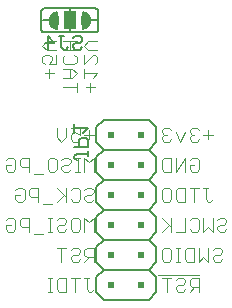
<source format=gbr>
G04 EAGLE Gerber RS-274X export*
G75*
%MOMM*%
%FSLAX34Y34*%
%LPD*%
%INSilkscreen Bottom*%
%IPPOS*%
%AMOC8*
5,1,8,0,0,1.08239X$1,22.5*%
G01*
%ADD10C,0.101600*%
%ADD11C,0.152400*%
%ADD12C,0.127000*%
%ADD13R,1.016000X1.524000*%
%ADD14R,0.508000X0.508000*%


D10*
X390017Y523880D02*
X382221Y523880D01*
X386119Y527778D02*
X386119Y519982D01*
X378323Y529727D02*
X370527Y529727D01*
X378323Y529727D02*
X378323Y523880D01*
X374425Y525829D01*
X372476Y525829D01*
X370527Y523880D01*
X370527Y519982D01*
X372476Y518033D01*
X376374Y518033D01*
X378323Y519982D01*
X366629Y521931D02*
X366629Y529727D01*
X366629Y521931D02*
X362731Y518033D01*
X358833Y521931D01*
X358833Y529727D01*
X390017Y504327D02*
X390017Y492633D01*
X386119Y500429D02*
X390017Y504327D01*
X386119Y500429D02*
X382221Y504327D01*
X382221Y492633D01*
X378323Y492633D02*
X374425Y492633D01*
X376374Y492633D02*
X376374Y504327D01*
X378323Y504327D02*
X374425Y504327D01*
X364680Y504327D02*
X362731Y502378D01*
X364680Y504327D02*
X368578Y504327D01*
X370527Y502378D01*
X370527Y500429D01*
X368578Y498480D01*
X364680Y498480D01*
X362731Y496531D01*
X362731Y494582D01*
X364680Y492633D01*
X368578Y492633D01*
X370527Y494582D01*
X356884Y504327D02*
X352986Y504327D01*
X356884Y504327D02*
X358833Y502378D01*
X358833Y494582D01*
X356884Y492633D01*
X352986Y492633D01*
X351037Y494582D01*
X351037Y502378D01*
X352986Y504327D01*
X347139Y490684D02*
X339343Y490684D01*
X335445Y492633D02*
X335445Y504327D01*
X329598Y504327D01*
X327649Y502378D01*
X327649Y498480D01*
X329598Y496531D01*
X335445Y496531D01*
X317904Y504327D02*
X315955Y502378D01*
X317904Y504327D02*
X321802Y504327D01*
X323751Y502378D01*
X323751Y494582D01*
X321802Y492633D01*
X317904Y492633D01*
X315955Y494582D01*
X315955Y498480D01*
X319853Y498480D01*
X382221Y476978D02*
X384170Y478927D01*
X388068Y478927D01*
X390017Y476978D01*
X390017Y475029D01*
X388068Y473080D01*
X384170Y473080D01*
X382221Y471131D01*
X382221Y469182D01*
X384170Y467233D01*
X388068Y467233D01*
X390017Y469182D01*
X372476Y478927D02*
X370527Y476978D01*
X372476Y478927D02*
X376374Y478927D01*
X378323Y476978D01*
X378323Y469182D01*
X376374Y467233D01*
X372476Y467233D01*
X370527Y469182D01*
X366629Y467233D02*
X366629Y478927D01*
X366629Y471131D02*
X358833Y478927D01*
X364680Y473080D02*
X358833Y467233D01*
X354935Y465284D02*
X347139Y465284D01*
X343241Y467233D02*
X343241Y478927D01*
X337394Y478927D01*
X335445Y476978D01*
X335445Y473080D01*
X337394Y471131D01*
X343241Y471131D01*
X325700Y478927D02*
X323751Y476978D01*
X325700Y478927D02*
X329598Y478927D01*
X331547Y476978D01*
X331547Y469182D01*
X329598Y467233D01*
X325700Y467233D01*
X323751Y469182D01*
X323751Y473080D01*
X327649Y473080D01*
X390017Y453527D02*
X390017Y441833D01*
X386119Y449629D02*
X390017Y453527D01*
X386119Y449629D02*
X382221Y453527D01*
X382221Y441833D01*
X376374Y453527D02*
X372476Y453527D01*
X376374Y453527D02*
X378323Y451578D01*
X378323Y443782D01*
X376374Y441833D01*
X372476Y441833D01*
X370527Y443782D01*
X370527Y451578D01*
X372476Y453527D01*
X360782Y453527D02*
X358833Y451578D01*
X360782Y453527D02*
X364680Y453527D01*
X366629Y451578D01*
X366629Y449629D01*
X364680Y447680D01*
X360782Y447680D01*
X358833Y445731D01*
X358833Y443782D01*
X360782Y441833D01*
X364680Y441833D01*
X366629Y443782D01*
X354935Y441833D02*
X351037Y441833D01*
X352986Y441833D02*
X352986Y453527D01*
X354935Y453527D02*
X351037Y453527D01*
X347139Y439884D02*
X339343Y439884D01*
X335445Y441833D02*
X335445Y453527D01*
X329598Y453527D01*
X327649Y451578D01*
X327649Y447680D01*
X329598Y445731D01*
X335445Y445731D01*
X317904Y453527D02*
X315955Y451578D01*
X317904Y453527D02*
X321802Y453527D01*
X323751Y451578D01*
X323751Y443782D01*
X321802Y441833D01*
X317904Y441833D01*
X315955Y443782D01*
X315955Y447680D01*
X319853Y447680D01*
X390017Y428127D02*
X390017Y416433D01*
X390017Y428127D02*
X384170Y428127D01*
X382221Y426178D01*
X382221Y422280D01*
X384170Y420331D01*
X390017Y420331D01*
X386119Y420331D02*
X382221Y416433D01*
X370527Y426178D02*
X372476Y428127D01*
X376374Y428127D01*
X378323Y426178D01*
X378323Y424229D01*
X376374Y422280D01*
X372476Y422280D01*
X370527Y420331D01*
X370527Y418382D01*
X372476Y416433D01*
X376374Y416433D01*
X378323Y418382D01*
X362731Y416433D02*
X362731Y428127D01*
X366629Y428127D02*
X358833Y428127D01*
X482972Y523880D02*
X490768Y523880D01*
X486870Y527778D02*
X486870Y519982D01*
X479074Y527778D02*
X477125Y529727D01*
X473227Y529727D01*
X471278Y527778D01*
X471278Y525829D01*
X473227Y523880D01*
X475176Y523880D01*
X473227Y523880D02*
X471278Y521931D01*
X471278Y519982D01*
X473227Y518033D01*
X477125Y518033D01*
X479074Y519982D01*
X467380Y525829D02*
X463482Y518033D01*
X459584Y525829D01*
X455686Y527778D02*
X453737Y529727D01*
X449839Y529727D01*
X447890Y527778D01*
X447890Y525829D01*
X449839Y523880D01*
X451788Y523880D01*
X449839Y523880D02*
X447890Y521931D01*
X447890Y519982D01*
X449839Y518033D01*
X453737Y518033D01*
X455686Y519982D01*
X490768Y469182D02*
X488819Y467233D01*
X486870Y467233D01*
X484921Y469182D01*
X484921Y478927D01*
X486870Y478927D02*
X482972Y478927D01*
X475176Y478927D02*
X475176Y467233D01*
X479074Y478927D02*
X471278Y478927D01*
X467380Y478927D02*
X467380Y467233D01*
X461533Y467233D01*
X459584Y469182D01*
X459584Y476978D01*
X461533Y478927D01*
X467380Y478927D01*
X453737Y478927D02*
X449839Y478927D01*
X453737Y478927D02*
X455686Y476978D01*
X455686Y469182D01*
X453737Y467233D01*
X449839Y467233D01*
X447890Y469182D01*
X447890Y476978D01*
X449839Y478927D01*
X494666Y451578D02*
X496615Y453527D01*
X500513Y453527D01*
X502462Y451578D01*
X502462Y449629D01*
X500513Y447680D01*
X496615Y447680D01*
X494666Y445731D01*
X494666Y443782D01*
X496615Y441833D01*
X500513Y441833D01*
X502462Y443782D01*
X490768Y441833D02*
X490768Y453527D01*
X486870Y445731D02*
X490768Y441833D01*
X486870Y445731D02*
X482972Y441833D01*
X482972Y453527D01*
X473227Y453527D02*
X471278Y451578D01*
X473227Y453527D02*
X477125Y453527D01*
X479074Y451578D01*
X479074Y443782D01*
X477125Y441833D01*
X473227Y441833D01*
X471278Y443782D01*
X467380Y441833D02*
X467380Y453527D01*
X467380Y441833D02*
X459584Y441833D01*
X455686Y441833D02*
X455686Y453527D01*
X455686Y445731D02*
X447890Y453527D01*
X453737Y447680D02*
X447890Y441833D01*
X490768Y426178D02*
X492717Y428127D01*
X496615Y428127D01*
X498564Y426178D01*
X498564Y424229D01*
X496615Y422280D01*
X492717Y422280D01*
X490768Y420331D01*
X490768Y418382D01*
X492717Y416433D01*
X496615Y416433D01*
X498564Y418382D01*
X486870Y416433D02*
X486870Y428127D01*
X482972Y420331D02*
X486870Y416433D01*
X482972Y420331D02*
X479074Y416433D01*
X479074Y428127D01*
X475176Y428127D02*
X475176Y416433D01*
X469329Y416433D01*
X467380Y418382D01*
X467380Y426178D01*
X469329Y428127D01*
X475176Y428127D01*
X463482Y416433D02*
X459584Y416433D01*
X461533Y416433D02*
X461533Y428127D01*
X463482Y428127D02*
X459584Y428127D01*
X453737Y428127D02*
X449839Y428127D01*
X453737Y428127D02*
X455686Y426178D01*
X455686Y418382D01*
X453737Y416433D01*
X449839Y416433D01*
X447890Y418382D01*
X447890Y426178D01*
X449839Y428127D01*
X471278Y502378D02*
X473227Y504327D01*
X477125Y504327D01*
X479074Y502378D01*
X479074Y494582D01*
X477125Y492633D01*
X473227Y492633D01*
X471278Y494582D01*
X471278Y498480D01*
X475176Y498480D01*
X467380Y492633D02*
X467380Y504327D01*
X459584Y492633D01*
X459584Y504327D01*
X455686Y504327D02*
X455686Y492633D01*
X449839Y492633D01*
X447890Y494582D01*
X447890Y502378D01*
X449839Y504327D01*
X455686Y504327D01*
X444500Y404749D02*
X479582Y404749D01*
X479074Y402727D02*
X479074Y391033D01*
X479074Y402727D02*
X473227Y402727D01*
X471278Y400778D01*
X471278Y396880D01*
X473227Y394931D01*
X479074Y394931D01*
X475176Y394931D02*
X471278Y391033D01*
X459584Y400778D02*
X461533Y402727D01*
X465431Y402727D01*
X467380Y400778D01*
X467380Y398829D01*
X465431Y396880D01*
X461533Y396880D01*
X459584Y394931D01*
X459584Y392982D01*
X461533Y391033D01*
X465431Y391033D01*
X467380Y392982D01*
X451788Y391033D02*
X451788Y402727D01*
X455686Y402727D02*
X447890Y402727D01*
X375739Y564055D02*
X364046Y564055D01*
X375739Y560157D02*
X375739Y567953D01*
X371841Y571851D02*
X364046Y571851D01*
X371841Y571851D02*
X375739Y575749D01*
X371841Y579647D01*
X364046Y579647D01*
X369892Y579647D02*
X369892Y571851D01*
X375739Y589392D02*
X373790Y591341D01*
X375739Y589392D02*
X375739Y585494D01*
X373790Y583545D01*
X365994Y583545D01*
X364046Y585494D01*
X364046Y589392D01*
X365994Y591341D01*
X364046Y595239D02*
X375739Y595239D01*
X369892Y595239D02*
X369892Y603035D01*
X364046Y603035D02*
X375739Y603035D01*
X387355Y567953D02*
X387355Y560157D01*
X391253Y564055D02*
X383457Y564055D01*
X389304Y571851D02*
X393202Y575749D01*
X381508Y575749D01*
X381508Y571851D02*
X381508Y579647D01*
X381508Y583545D02*
X381508Y591341D01*
X381508Y583545D02*
X389304Y591341D01*
X391253Y591341D01*
X393202Y589392D01*
X393202Y585494D01*
X391253Y583545D01*
X393202Y595239D02*
X385406Y595239D01*
X381508Y599137D01*
X385406Y603035D01*
X393202Y603035D01*
X352430Y579647D02*
X352430Y571851D01*
X356328Y575749D02*
X348532Y575749D01*
X358277Y583545D02*
X358277Y591341D01*
X358277Y583545D02*
X352430Y583545D01*
X354379Y587443D01*
X354379Y589392D01*
X352430Y591341D01*
X348532Y591341D01*
X346583Y589392D01*
X346583Y585494D01*
X348532Y583545D01*
X350481Y595239D02*
X358277Y595239D01*
X350481Y595239D02*
X346583Y599137D01*
X350481Y603035D01*
X358277Y603035D01*
X390017Y392982D02*
X388068Y391033D01*
X386119Y391033D01*
X384170Y392982D01*
X384170Y402727D01*
X386119Y402727D02*
X382221Y402727D01*
X374425Y402727D02*
X374425Y391033D01*
X378323Y402727D02*
X370527Y402727D01*
X366629Y402727D02*
X366629Y391033D01*
X360782Y391033D01*
X358833Y392982D01*
X358833Y400778D01*
X360782Y402727D01*
X366629Y402727D01*
X354935Y391033D02*
X351037Y391033D01*
X352986Y391033D02*
X352986Y402727D01*
X354935Y402727D02*
X351037Y402727D01*
D11*
X348298Y630873D02*
X391478Y630873D01*
X394018Y613093D02*
X394016Y612993D01*
X394010Y612894D01*
X394000Y612794D01*
X393987Y612696D01*
X393969Y612597D01*
X393948Y612500D01*
X393923Y612404D01*
X393894Y612308D01*
X393861Y612214D01*
X393825Y612121D01*
X393785Y612030D01*
X393741Y611940D01*
X393694Y611852D01*
X393644Y611766D01*
X393590Y611682D01*
X393533Y611600D01*
X393473Y611521D01*
X393409Y611443D01*
X393343Y611369D01*
X393274Y611297D01*
X393202Y611228D01*
X393128Y611162D01*
X393050Y611098D01*
X392971Y611038D01*
X392889Y610981D01*
X392805Y610927D01*
X392719Y610877D01*
X392631Y610830D01*
X392541Y610786D01*
X392450Y610746D01*
X392357Y610710D01*
X392263Y610677D01*
X392167Y610648D01*
X392071Y610623D01*
X391974Y610602D01*
X391875Y610584D01*
X391777Y610571D01*
X391677Y610561D01*
X391578Y610555D01*
X391478Y610553D01*
X348298Y610553D02*
X348198Y610555D01*
X348099Y610561D01*
X347999Y610571D01*
X347901Y610584D01*
X347802Y610602D01*
X347705Y610623D01*
X347609Y610648D01*
X347513Y610677D01*
X347419Y610710D01*
X347326Y610746D01*
X347235Y610786D01*
X347145Y610830D01*
X347057Y610877D01*
X346971Y610927D01*
X346887Y610981D01*
X346805Y611038D01*
X346726Y611098D01*
X346648Y611162D01*
X346574Y611228D01*
X346502Y611297D01*
X346433Y611369D01*
X346367Y611443D01*
X346303Y611521D01*
X346243Y611600D01*
X346186Y611682D01*
X346132Y611766D01*
X346082Y611852D01*
X346035Y611940D01*
X345991Y612030D01*
X345951Y612121D01*
X345915Y612214D01*
X345882Y612308D01*
X345853Y612404D01*
X345828Y612500D01*
X345807Y612597D01*
X345789Y612696D01*
X345776Y612794D01*
X345766Y612894D01*
X345760Y612993D01*
X345758Y613093D01*
X345758Y628333D02*
X345760Y628433D01*
X345766Y628532D01*
X345776Y628632D01*
X345789Y628730D01*
X345807Y628829D01*
X345828Y628926D01*
X345853Y629022D01*
X345882Y629118D01*
X345915Y629212D01*
X345951Y629305D01*
X345991Y629396D01*
X346035Y629486D01*
X346082Y629574D01*
X346132Y629660D01*
X346186Y629744D01*
X346243Y629826D01*
X346303Y629905D01*
X346367Y629983D01*
X346433Y630057D01*
X346502Y630129D01*
X346574Y630198D01*
X346648Y630264D01*
X346726Y630328D01*
X346805Y630388D01*
X346887Y630445D01*
X346971Y630499D01*
X347057Y630549D01*
X347145Y630596D01*
X347235Y630640D01*
X347326Y630680D01*
X347419Y630716D01*
X347513Y630749D01*
X347609Y630778D01*
X347705Y630803D01*
X347802Y630824D01*
X347901Y630842D01*
X347999Y630855D01*
X348099Y630865D01*
X348198Y630871D01*
X348298Y630873D01*
X391478Y630873D02*
X391578Y630871D01*
X391677Y630865D01*
X391777Y630855D01*
X391875Y630842D01*
X391974Y630824D01*
X392071Y630803D01*
X392167Y630778D01*
X392263Y630749D01*
X392357Y630716D01*
X392450Y630680D01*
X392541Y630640D01*
X392631Y630596D01*
X392719Y630549D01*
X392805Y630499D01*
X392889Y630445D01*
X392971Y630388D01*
X393050Y630328D01*
X393128Y630264D01*
X393202Y630198D01*
X393274Y630129D01*
X393343Y630057D01*
X393409Y629983D01*
X393473Y629905D01*
X393533Y629826D01*
X393590Y629744D01*
X393644Y629660D01*
X393694Y629574D01*
X393741Y629486D01*
X393785Y629396D01*
X393825Y629305D01*
X393861Y629212D01*
X393894Y629118D01*
X393923Y629022D01*
X393948Y628926D01*
X393969Y628829D01*
X393987Y628730D01*
X394000Y628632D01*
X394010Y628532D01*
X394016Y628433D01*
X394018Y628333D01*
X394018Y613093D01*
X345758Y613093D02*
X345758Y628333D01*
X348298Y610553D02*
X391478Y610553D01*
X392748Y620713D02*
X387668Y620713D01*
X352108Y620713D02*
X347028Y620713D01*
X369888Y613093D02*
X369888Y610553D01*
X369888Y628333D02*
X369888Y630873D01*
D12*
X380682Y613757D02*
X380049Y620713D01*
X380049Y620713D01*
X380682Y627669D01*
X380852Y627652D01*
X381022Y627630D01*
X381190Y627604D01*
X381359Y627574D01*
X381526Y627540D01*
X381693Y627502D01*
X381858Y627459D01*
X382023Y627413D01*
X382186Y627363D01*
X382348Y627309D01*
X382509Y627250D01*
X382668Y627188D01*
X382825Y627122D01*
X382981Y627052D01*
X383135Y626979D01*
X383288Y626901D01*
X383438Y626820D01*
X383586Y626735D01*
X383733Y626647D01*
X383877Y626555D01*
X384018Y626460D01*
X384158Y626361D01*
X384295Y626259D01*
X384429Y626153D01*
X384561Y626044D01*
X384690Y625932D01*
X384816Y625817D01*
X384940Y625699D01*
X385060Y625578D01*
X385178Y625454D01*
X385292Y625327D01*
X385403Y625198D01*
X385511Y625065D01*
X385616Y624930D01*
X385718Y624793D01*
X385816Y624653D01*
X385910Y624511D01*
X386002Y624366D01*
X386089Y624219D01*
X386173Y624071D01*
X386253Y623920D01*
X386330Y623767D01*
X386403Y623613D01*
X386472Y623456D01*
X386537Y623298D01*
X386598Y623139D01*
X386656Y622978D01*
X386709Y622816D01*
X386758Y622652D01*
X386804Y622487D01*
X386845Y622322D01*
X386883Y622155D01*
X386916Y621987D01*
X386945Y621819D01*
X386970Y621650D01*
X386991Y621480D01*
X387007Y621310D01*
X387020Y621140D01*
X387028Y620969D01*
X387032Y620798D01*
X387032Y620628D01*
X387028Y620457D01*
X387020Y620286D01*
X387007Y620116D01*
X386991Y619946D01*
X386970Y619776D01*
X386945Y619607D01*
X386916Y619439D01*
X386883Y619271D01*
X386845Y619104D01*
X386804Y618939D01*
X386758Y618774D01*
X386709Y618610D01*
X386656Y618448D01*
X386598Y618287D01*
X386537Y618128D01*
X386472Y617970D01*
X386403Y617813D01*
X386330Y617659D01*
X386253Y617506D01*
X386173Y617355D01*
X386089Y617207D01*
X386002Y617060D01*
X385910Y616915D01*
X385816Y616773D01*
X385718Y616633D01*
X385616Y616496D01*
X385511Y616361D01*
X385403Y616228D01*
X385292Y616099D01*
X385178Y615972D01*
X385060Y615848D01*
X384940Y615727D01*
X384816Y615609D01*
X384690Y615494D01*
X384561Y615382D01*
X384429Y615273D01*
X384295Y615167D01*
X384158Y615065D01*
X384018Y614966D01*
X383877Y614871D01*
X383733Y614779D01*
X383586Y614691D01*
X383438Y614606D01*
X383288Y614525D01*
X383135Y614447D01*
X382981Y614374D01*
X382825Y614304D01*
X382668Y614238D01*
X382509Y614176D01*
X382348Y614117D01*
X382186Y614063D01*
X382023Y614013D01*
X381858Y613967D01*
X381693Y613924D01*
X381526Y613886D01*
X381359Y613852D01*
X381190Y613822D01*
X381022Y613796D01*
X380852Y613774D01*
X380682Y613757D01*
X380682Y614969D01*
X380831Y614987D01*
X380980Y615010D01*
X381129Y615036D01*
X381277Y615066D01*
X381423Y615100D01*
X381569Y615138D01*
X381714Y615179D01*
X381858Y615225D01*
X382001Y615274D01*
X382142Y615327D01*
X382282Y615383D01*
X382420Y615443D01*
X382557Y615507D01*
X382692Y615574D01*
X382825Y615645D01*
X382956Y615719D01*
X383085Y615796D01*
X383212Y615877D01*
X383337Y615962D01*
X383460Y616049D01*
X383581Y616140D01*
X383699Y616233D01*
X383815Y616330D01*
X383928Y616430D01*
X384038Y616532D01*
X384146Y616638D01*
X384251Y616746D01*
X384353Y616857D01*
X384452Y616971D01*
X384548Y617087D01*
X384641Y617206D01*
X384731Y617327D01*
X384818Y617450D01*
X384901Y617575D01*
X384981Y617703D01*
X385058Y617833D01*
X385132Y617964D01*
X385201Y618098D01*
X385268Y618233D01*
X385331Y618370D01*
X385390Y618509D01*
X385446Y618649D01*
X385498Y618790D01*
X385546Y618933D01*
X385591Y619077D01*
X385631Y619222D01*
X385668Y619369D01*
X385702Y619516D01*
X385731Y619664D01*
X385756Y619812D01*
X385778Y619961D01*
X385796Y620111D01*
X385809Y620261D01*
X385819Y620412D01*
X385825Y620562D01*
X385827Y620713D01*
X385825Y620864D01*
X385819Y621014D01*
X385809Y621165D01*
X385796Y621315D01*
X385778Y621465D01*
X385756Y621614D01*
X385731Y621762D01*
X385702Y621910D01*
X385668Y622057D01*
X385631Y622204D01*
X385591Y622349D01*
X385546Y622493D01*
X385498Y622636D01*
X385446Y622777D01*
X385390Y622917D01*
X385331Y623056D01*
X385268Y623193D01*
X385201Y623328D01*
X385132Y623462D01*
X385058Y623593D01*
X384981Y623723D01*
X384901Y623851D01*
X384818Y623976D01*
X384731Y624099D01*
X384641Y624220D01*
X384548Y624339D01*
X384452Y624455D01*
X384353Y624569D01*
X384251Y624680D01*
X384146Y624788D01*
X384038Y624894D01*
X383928Y624996D01*
X383815Y625096D01*
X383699Y625193D01*
X383581Y625286D01*
X383460Y625377D01*
X383337Y625464D01*
X383212Y625549D01*
X383085Y625630D01*
X382956Y625707D01*
X382825Y625781D01*
X382692Y625852D01*
X382557Y625919D01*
X382420Y625983D01*
X382282Y626043D01*
X382142Y626099D01*
X382001Y626152D01*
X381858Y626201D01*
X381714Y626247D01*
X381569Y626288D01*
X381423Y626326D01*
X381277Y626360D01*
X381129Y626390D01*
X380980Y626416D01*
X380831Y626439D01*
X380682Y626457D01*
X380681Y625242D01*
X380813Y625222D01*
X380944Y625197D01*
X381075Y625169D01*
X381205Y625137D01*
X381334Y625102D01*
X381461Y625062D01*
X381588Y625019D01*
X381713Y624972D01*
X381837Y624922D01*
X381959Y624868D01*
X382079Y624810D01*
X382198Y624749D01*
X382315Y624684D01*
X382430Y624616D01*
X382543Y624545D01*
X382654Y624471D01*
X382763Y624393D01*
X382869Y624312D01*
X382973Y624228D01*
X383075Y624141D01*
X383174Y624051D01*
X383270Y623958D01*
X383363Y623863D01*
X383454Y623765D01*
X383542Y623664D01*
X383626Y623560D01*
X383708Y623455D01*
X383787Y623347D01*
X383862Y623236D01*
X383934Y623124D01*
X384003Y623009D01*
X384068Y622893D01*
X384130Y622774D01*
X384189Y622654D01*
X384244Y622532D01*
X384295Y622409D01*
X384343Y622284D01*
X384387Y622158D01*
X384427Y622030D01*
X384464Y621902D01*
X384497Y621772D01*
X384526Y621642D01*
X384551Y621511D01*
X384572Y621379D01*
X384590Y621246D01*
X384603Y621113D01*
X384613Y620980D01*
X384619Y620847D01*
X384621Y620713D01*
X384619Y620579D01*
X384613Y620446D01*
X384603Y620313D01*
X384590Y620180D01*
X384572Y620047D01*
X384551Y619915D01*
X384526Y619784D01*
X384497Y619654D01*
X384464Y619524D01*
X384427Y619396D01*
X384387Y619268D01*
X384343Y619142D01*
X384295Y619017D01*
X384244Y618894D01*
X384189Y618772D01*
X384130Y618652D01*
X384068Y618533D01*
X384003Y618417D01*
X383934Y618302D01*
X383862Y618190D01*
X383787Y618079D01*
X383708Y617971D01*
X383626Y617866D01*
X383542Y617762D01*
X383454Y617661D01*
X383363Y617563D01*
X383270Y617468D01*
X383174Y617375D01*
X383075Y617285D01*
X382973Y617198D01*
X382869Y617114D01*
X382763Y617033D01*
X382654Y616955D01*
X382543Y616881D01*
X382430Y616810D01*
X382315Y616742D01*
X382198Y616677D01*
X382079Y616616D01*
X381959Y616558D01*
X381837Y616504D01*
X381713Y616454D01*
X381588Y616407D01*
X381461Y616364D01*
X381334Y616324D01*
X381205Y616289D01*
X381075Y616257D01*
X380944Y616229D01*
X380813Y616204D01*
X380681Y616184D01*
X380679Y617406D01*
X380792Y617429D01*
X380903Y617456D01*
X381014Y617488D01*
X381123Y617522D01*
X381232Y617561D01*
X381339Y617603D01*
X381444Y617649D01*
X381548Y617698D01*
X381650Y617751D01*
X381750Y617808D01*
X381848Y617867D01*
X381944Y617931D01*
X382038Y617997D01*
X382129Y618066D01*
X382218Y618139D01*
X382305Y618214D01*
X382389Y618293D01*
X382470Y618374D01*
X382549Y618458D01*
X382624Y618545D01*
X382697Y618634D01*
X382766Y618726D01*
X382832Y618820D01*
X382895Y618916D01*
X382955Y619014D01*
X383011Y619114D01*
X383064Y619216D01*
X383113Y619320D01*
X383159Y619425D01*
X383201Y619532D01*
X383240Y619640D01*
X383274Y619750D01*
X383305Y619861D01*
X383332Y619972D01*
X383356Y620085D01*
X383375Y620198D01*
X383391Y620312D01*
X383403Y620426D01*
X383411Y620541D01*
X383415Y620656D01*
X383415Y620770D01*
X383411Y620885D01*
X383403Y621000D01*
X383391Y621114D01*
X383375Y621228D01*
X383356Y621341D01*
X383332Y621454D01*
X383305Y621565D01*
X383274Y621676D01*
X383240Y621786D01*
X383201Y621894D01*
X383159Y622001D01*
X383113Y622106D01*
X383064Y622210D01*
X383011Y622312D01*
X382955Y622412D01*
X382895Y622510D01*
X382832Y622606D01*
X382766Y622700D01*
X382697Y622792D01*
X382624Y622881D01*
X382549Y622968D01*
X382470Y623052D01*
X382389Y623133D01*
X382305Y623212D01*
X382218Y623287D01*
X382129Y623360D01*
X382038Y623429D01*
X381944Y623495D01*
X381848Y623559D01*
X381750Y623618D01*
X381650Y623675D01*
X381548Y623728D01*
X381444Y623777D01*
X381339Y623823D01*
X381232Y623865D01*
X381123Y623904D01*
X381014Y623938D01*
X380903Y623970D01*
X380792Y623997D01*
X380679Y624020D01*
X380674Y622781D01*
X380761Y622753D01*
X380848Y622721D01*
X380932Y622685D01*
X381015Y622645D01*
X381097Y622603D01*
X381176Y622556D01*
X381254Y622506D01*
X381329Y622454D01*
X381402Y622397D01*
X381472Y622338D01*
X381540Y622276D01*
X381605Y622211D01*
X381668Y622144D01*
X381727Y622074D01*
X381783Y622001D01*
X381837Y621926D01*
X381887Y621849D01*
X381933Y621769D01*
X381976Y621688D01*
X382016Y621605D01*
X382052Y621521D01*
X382085Y621435D01*
X382114Y621347D01*
X382139Y621259D01*
X382160Y621169D01*
X382178Y621079D01*
X382191Y620988D01*
X382201Y620897D01*
X382207Y620805D01*
X382209Y620713D01*
X382207Y620621D01*
X382201Y620529D01*
X382191Y620438D01*
X382178Y620347D01*
X382160Y620257D01*
X382139Y620167D01*
X382114Y620079D01*
X382085Y619991D01*
X382052Y619905D01*
X382016Y619821D01*
X381976Y619738D01*
X381933Y619657D01*
X381887Y619577D01*
X381837Y619500D01*
X381783Y619425D01*
X381727Y619352D01*
X381668Y619282D01*
X381605Y619215D01*
X381540Y619150D01*
X381472Y619088D01*
X381402Y619029D01*
X381329Y618972D01*
X381254Y618920D01*
X381176Y618870D01*
X381097Y618823D01*
X381015Y618781D01*
X380932Y618741D01*
X380848Y618705D01*
X380761Y618673D01*
X380674Y618645D01*
X380637Y619961D01*
X380683Y620000D01*
X380726Y620041D01*
X380767Y620084D01*
X380805Y620131D01*
X380840Y620179D01*
X380871Y620229D01*
X380900Y620282D01*
X380925Y620336D01*
X380947Y620391D01*
X380966Y620448D01*
X380980Y620506D01*
X380991Y620564D01*
X380999Y620624D01*
X381003Y620683D01*
X381003Y620743D01*
X380999Y620802D01*
X380991Y620862D01*
X380980Y620920D01*
X380966Y620978D01*
X380947Y621035D01*
X380925Y621090D01*
X380900Y621144D01*
X380871Y621197D01*
X380840Y621247D01*
X380805Y621295D01*
X380767Y621342D01*
X380726Y621385D01*
X380683Y621426D01*
X380637Y621465D01*
X359094Y627669D02*
X359727Y620713D01*
X359727Y620713D01*
X359094Y613757D01*
X358924Y613774D01*
X358754Y613796D01*
X358586Y613822D01*
X358417Y613852D01*
X358250Y613886D01*
X358083Y613924D01*
X357918Y613967D01*
X357753Y614013D01*
X357590Y614063D01*
X357428Y614117D01*
X357267Y614176D01*
X357108Y614238D01*
X356951Y614304D01*
X356795Y614374D01*
X356641Y614447D01*
X356488Y614525D01*
X356338Y614606D01*
X356190Y614691D01*
X356043Y614779D01*
X355899Y614871D01*
X355758Y614966D01*
X355618Y615065D01*
X355481Y615167D01*
X355347Y615273D01*
X355215Y615382D01*
X355086Y615494D01*
X354960Y615609D01*
X354836Y615727D01*
X354716Y615848D01*
X354598Y615972D01*
X354484Y616099D01*
X354373Y616228D01*
X354265Y616361D01*
X354160Y616496D01*
X354058Y616633D01*
X353960Y616773D01*
X353866Y616915D01*
X353774Y617060D01*
X353687Y617207D01*
X353603Y617355D01*
X353523Y617506D01*
X353446Y617659D01*
X353373Y617813D01*
X353304Y617970D01*
X353239Y618128D01*
X353178Y618287D01*
X353120Y618448D01*
X353067Y618610D01*
X353018Y618774D01*
X352972Y618939D01*
X352931Y619104D01*
X352893Y619271D01*
X352860Y619439D01*
X352831Y619607D01*
X352806Y619776D01*
X352785Y619946D01*
X352769Y620116D01*
X352756Y620286D01*
X352748Y620457D01*
X352744Y620628D01*
X352744Y620798D01*
X352748Y620969D01*
X352756Y621140D01*
X352769Y621310D01*
X352785Y621480D01*
X352806Y621650D01*
X352831Y621819D01*
X352860Y621987D01*
X352893Y622155D01*
X352931Y622322D01*
X352972Y622487D01*
X353018Y622652D01*
X353067Y622816D01*
X353120Y622978D01*
X353178Y623139D01*
X353239Y623298D01*
X353304Y623456D01*
X353373Y623613D01*
X353446Y623767D01*
X353523Y623920D01*
X353603Y624071D01*
X353687Y624219D01*
X353774Y624366D01*
X353866Y624511D01*
X353960Y624653D01*
X354058Y624793D01*
X354160Y624930D01*
X354265Y625065D01*
X354373Y625198D01*
X354484Y625327D01*
X354598Y625454D01*
X354716Y625578D01*
X354836Y625699D01*
X354960Y625817D01*
X355086Y625932D01*
X355215Y626044D01*
X355347Y626153D01*
X355481Y626259D01*
X355618Y626361D01*
X355758Y626460D01*
X355899Y626555D01*
X356043Y626647D01*
X356190Y626735D01*
X356338Y626820D01*
X356488Y626901D01*
X356641Y626979D01*
X356795Y627052D01*
X356951Y627122D01*
X357108Y627188D01*
X357267Y627250D01*
X357428Y627309D01*
X357590Y627363D01*
X357753Y627413D01*
X357918Y627459D01*
X358083Y627502D01*
X358250Y627540D01*
X358417Y627574D01*
X358586Y627604D01*
X358754Y627630D01*
X358924Y627652D01*
X359094Y627669D01*
X359094Y626457D01*
X358945Y626439D01*
X358796Y626416D01*
X358647Y626390D01*
X358499Y626360D01*
X358353Y626326D01*
X358207Y626288D01*
X358062Y626247D01*
X357918Y626201D01*
X357775Y626152D01*
X357634Y626099D01*
X357494Y626043D01*
X357356Y625983D01*
X357219Y625919D01*
X357084Y625852D01*
X356951Y625781D01*
X356820Y625707D01*
X356691Y625630D01*
X356564Y625549D01*
X356439Y625464D01*
X356316Y625377D01*
X356195Y625286D01*
X356077Y625193D01*
X355961Y625096D01*
X355848Y624996D01*
X355738Y624894D01*
X355630Y624788D01*
X355525Y624680D01*
X355423Y624569D01*
X355324Y624455D01*
X355228Y624339D01*
X355135Y624220D01*
X355045Y624099D01*
X354958Y623976D01*
X354875Y623851D01*
X354795Y623723D01*
X354718Y623593D01*
X354644Y623462D01*
X354575Y623328D01*
X354508Y623193D01*
X354445Y623056D01*
X354386Y622917D01*
X354330Y622777D01*
X354278Y622636D01*
X354230Y622493D01*
X354185Y622349D01*
X354145Y622204D01*
X354108Y622057D01*
X354074Y621910D01*
X354045Y621762D01*
X354020Y621614D01*
X353998Y621465D01*
X353980Y621315D01*
X353967Y621165D01*
X353957Y621014D01*
X353951Y620864D01*
X353949Y620713D01*
X353951Y620562D01*
X353957Y620412D01*
X353967Y620261D01*
X353980Y620111D01*
X353998Y619961D01*
X354020Y619812D01*
X354045Y619664D01*
X354074Y619516D01*
X354108Y619369D01*
X354145Y619222D01*
X354185Y619077D01*
X354230Y618933D01*
X354278Y618790D01*
X354330Y618649D01*
X354386Y618509D01*
X354445Y618370D01*
X354508Y618233D01*
X354575Y618098D01*
X354644Y617964D01*
X354718Y617833D01*
X354795Y617703D01*
X354875Y617575D01*
X354958Y617450D01*
X355045Y617327D01*
X355135Y617206D01*
X355228Y617087D01*
X355324Y616971D01*
X355423Y616857D01*
X355525Y616746D01*
X355630Y616638D01*
X355738Y616532D01*
X355848Y616430D01*
X355961Y616330D01*
X356077Y616233D01*
X356195Y616140D01*
X356316Y616049D01*
X356439Y615962D01*
X356564Y615877D01*
X356691Y615796D01*
X356820Y615719D01*
X356951Y615645D01*
X357084Y615574D01*
X357219Y615507D01*
X357356Y615443D01*
X357494Y615383D01*
X357634Y615327D01*
X357775Y615274D01*
X357918Y615225D01*
X358062Y615179D01*
X358207Y615138D01*
X358353Y615100D01*
X358499Y615066D01*
X358647Y615036D01*
X358796Y615010D01*
X358945Y614987D01*
X359094Y614969D01*
X359095Y616184D01*
X358963Y616204D01*
X358832Y616229D01*
X358701Y616257D01*
X358571Y616289D01*
X358442Y616324D01*
X358315Y616364D01*
X358188Y616407D01*
X358063Y616454D01*
X357939Y616504D01*
X357817Y616558D01*
X357697Y616616D01*
X357578Y616677D01*
X357461Y616742D01*
X357346Y616810D01*
X357233Y616881D01*
X357122Y616955D01*
X357013Y617033D01*
X356907Y617114D01*
X356803Y617198D01*
X356701Y617285D01*
X356602Y617375D01*
X356506Y617468D01*
X356413Y617563D01*
X356322Y617661D01*
X356234Y617762D01*
X356150Y617866D01*
X356068Y617971D01*
X355989Y618079D01*
X355914Y618190D01*
X355842Y618302D01*
X355773Y618417D01*
X355708Y618533D01*
X355646Y618652D01*
X355587Y618772D01*
X355532Y618894D01*
X355481Y619017D01*
X355433Y619142D01*
X355389Y619268D01*
X355349Y619396D01*
X355312Y619524D01*
X355279Y619654D01*
X355250Y619784D01*
X355225Y619915D01*
X355204Y620047D01*
X355186Y620180D01*
X355173Y620313D01*
X355163Y620446D01*
X355157Y620579D01*
X355155Y620713D01*
X355157Y620847D01*
X355163Y620980D01*
X355173Y621113D01*
X355186Y621246D01*
X355204Y621379D01*
X355225Y621511D01*
X355250Y621642D01*
X355279Y621772D01*
X355312Y621902D01*
X355349Y622030D01*
X355389Y622158D01*
X355433Y622284D01*
X355481Y622409D01*
X355532Y622532D01*
X355587Y622654D01*
X355646Y622774D01*
X355708Y622893D01*
X355773Y623009D01*
X355842Y623124D01*
X355914Y623236D01*
X355989Y623347D01*
X356068Y623455D01*
X356150Y623560D01*
X356234Y623664D01*
X356322Y623765D01*
X356413Y623863D01*
X356506Y623958D01*
X356602Y624051D01*
X356701Y624141D01*
X356803Y624228D01*
X356907Y624312D01*
X357013Y624393D01*
X357122Y624471D01*
X357233Y624545D01*
X357346Y624616D01*
X357461Y624684D01*
X357578Y624749D01*
X357697Y624810D01*
X357817Y624868D01*
X357939Y624922D01*
X358063Y624972D01*
X358188Y625019D01*
X358315Y625062D01*
X358442Y625102D01*
X358571Y625137D01*
X358701Y625169D01*
X358832Y625197D01*
X358963Y625222D01*
X359095Y625242D01*
X359097Y624020D01*
X358984Y623997D01*
X358873Y623970D01*
X358762Y623938D01*
X358653Y623904D01*
X358544Y623865D01*
X358437Y623823D01*
X358332Y623777D01*
X358228Y623728D01*
X358126Y623675D01*
X358026Y623618D01*
X357928Y623559D01*
X357832Y623495D01*
X357738Y623429D01*
X357647Y623360D01*
X357558Y623287D01*
X357471Y623212D01*
X357387Y623133D01*
X357306Y623052D01*
X357227Y622968D01*
X357152Y622881D01*
X357079Y622792D01*
X357010Y622700D01*
X356944Y622606D01*
X356881Y622510D01*
X356821Y622412D01*
X356765Y622312D01*
X356712Y622210D01*
X356663Y622106D01*
X356617Y622001D01*
X356575Y621894D01*
X356536Y621786D01*
X356502Y621676D01*
X356471Y621565D01*
X356444Y621454D01*
X356420Y621341D01*
X356401Y621228D01*
X356385Y621114D01*
X356373Y621000D01*
X356365Y620885D01*
X356361Y620770D01*
X356361Y620656D01*
X356365Y620541D01*
X356373Y620426D01*
X356385Y620312D01*
X356401Y620198D01*
X356420Y620085D01*
X356444Y619972D01*
X356471Y619861D01*
X356502Y619750D01*
X356536Y619640D01*
X356575Y619532D01*
X356617Y619425D01*
X356663Y619320D01*
X356712Y619216D01*
X356765Y619114D01*
X356821Y619014D01*
X356881Y618916D01*
X356944Y618820D01*
X357010Y618726D01*
X357079Y618634D01*
X357152Y618545D01*
X357227Y618458D01*
X357306Y618374D01*
X357387Y618293D01*
X357471Y618214D01*
X357558Y618139D01*
X357647Y618066D01*
X357738Y617997D01*
X357832Y617931D01*
X357928Y617867D01*
X358026Y617808D01*
X358126Y617751D01*
X358228Y617698D01*
X358332Y617649D01*
X358437Y617603D01*
X358544Y617561D01*
X358653Y617522D01*
X358762Y617488D01*
X358873Y617456D01*
X358984Y617429D01*
X359097Y617406D01*
X359102Y618645D01*
X359015Y618673D01*
X358928Y618705D01*
X358844Y618741D01*
X358761Y618781D01*
X358679Y618823D01*
X358600Y618870D01*
X358522Y618920D01*
X358447Y618972D01*
X358374Y619029D01*
X358304Y619088D01*
X358236Y619150D01*
X358171Y619215D01*
X358108Y619282D01*
X358049Y619352D01*
X357993Y619425D01*
X357939Y619500D01*
X357889Y619577D01*
X357843Y619657D01*
X357800Y619738D01*
X357760Y619821D01*
X357724Y619905D01*
X357691Y619991D01*
X357662Y620079D01*
X357637Y620167D01*
X357616Y620257D01*
X357598Y620347D01*
X357585Y620438D01*
X357575Y620529D01*
X357569Y620621D01*
X357567Y620713D01*
X357569Y620805D01*
X357575Y620897D01*
X357585Y620988D01*
X357598Y621079D01*
X357616Y621169D01*
X357637Y621259D01*
X357662Y621347D01*
X357691Y621435D01*
X357724Y621521D01*
X357760Y621605D01*
X357800Y621688D01*
X357843Y621769D01*
X357889Y621849D01*
X357939Y621926D01*
X357993Y622001D01*
X358049Y622074D01*
X358108Y622144D01*
X358171Y622211D01*
X358236Y622276D01*
X358304Y622338D01*
X358374Y622397D01*
X358447Y622454D01*
X358522Y622506D01*
X358600Y622556D01*
X358679Y622603D01*
X358761Y622645D01*
X358844Y622685D01*
X358928Y622721D01*
X359015Y622753D01*
X359102Y622781D01*
X359139Y621465D01*
X359093Y621426D01*
X359050Y621385D01*
X359009Y621342D01*
X358971Y621295D01*
X358936Y621247D01*
X358905Y621197D01*
X358876Y621144D01*
X358851Y621090D01*
X358829Y621035D01*
X358810Y620978D01*
X358796Y620920D01*
X358785Y620862D01*
X358777Y620802D01*
X358773Y620743D01*
X358773Y620683D01*
X358777Y620624D01*
X358785Y620564D01*
X358796Y620506D01*
X358810Y620448D01*
X358829Y620391D01*
X358851Y620336D01*
X358876Y620282D01*
X358905Y620229D01*
X358936Y620179D01*
X358971Y620131D01*
X359009Y620084D01*
X359050Y620041D01*
X359093Y620000D01*
X359139Y619961D01*
D13*
X369888Y620713D03*
D12*
X374485Y607387D02*
X372578Y605481D01*
X374485Y607387D02*
X378298Y607387D01*
X380204Y605481D01*
X380204Y603574D01*
X378298Y601667D01*
X374485Y601667D01*
X372578Y599761D01*
X372578Y597854D01*
X374485Y595948D01*
X378298Y595948D01*
X380204Y597854D01*
X368511Y597854D02*
X366604Y595948D01*
X364697Y595948D01*
X362791Y597854D01*
X362791Y607387D01*
X364697Y607387D02*
X360884Y607387D01*
X351097Y607387D02*
X351097Y595948D01*
X356817Y601667D02*
X351097Y607387D01*
X349190Y601667D02*
X356817Y601667D01*
D11*
X436563Y536575D02*
X442913Y530225D01*
X442913Y517525D02*
X436563Y511175D01*
X442913Y504825D01*
X442913Y492125D02*
X436563Y485775D01*
X442913Y479425D01*
X442913Y466725D02*
X436563Y460375D01*
X442913Y454025D01*
X442913Y441325D02*
X436563Y434975D01*
X442913Y428625D01*
X442913Y415925D02*
X436563Y409575D01*
X436563Y536575D02*
X398463Y536575D01*
X392113Y530225D01*
X392113Y517525D01*
X398463Y511175D01*
X392113Y504825D01*
X392113Y492125D01*
X398463Y485775D01*
X392113Y479425D01*
X392113Y466725D01*
X398463Y460375D01*
X392113Y454025D01*
X392113Y441325D01*
X398463Y434975D01*
X392113Y428625D01*
X392113Y415925D01*
X398463Y409575D01*
X398463Y511175D02*
X436563Y511175D01*
X436563Y485775D02*
X398463Y485775D01*
X398463Y460375D02*
X436563Y460375D01*
X436563Y434975D02*
X398463Y434975D01*
X398463Y409575D02*
X436563Y409575D01*
X442913Y415925D02*
X442913Y428625D01*
X442913Y441325D02*
X442913Y454025D01*
X442913Y466725D02*
X442913Y479425D01*
X442913Y492125D02*
X442913Y504825D01*
X442913Y517525D02*
X442913Y530225D01*
X436563Y409575D02*
X442913Y403225D01*
X442913Y390525D02*
X436563Y384175D01*
X398463Y409575D02*
X392113Y403225D01*
X392113Y390525D01*
X398463Y384175D01*
X436563Y384175D01*
X442913Y390525D02*
X442913Y403225D01*
D14*
X430213Y523875D03*
X404813Y523875D03*
X404813Y498475D03*
X430213Y498475D03*
X404813Y473075D03*
X430213Y473075D03*
X404813Y447675D03*
X404813Y422275D03*
X430213Y447675D03*
X430213Y422275D03*
X404813Y396875D03*
X430213Y396875D03*
D12*
X375604Y502128D02*
X373698Y504035D01*
X373698Y505941D01*
X375604Y507848D01*
X385137Y507848D01*
X385137Y505941D02*
X385137Y509755D01*
X385137Y513822D02*
X373698Y513822D01*
X385137Y513822D02*
X385137Y519542D01*
X383231Y521449D01*
X379417Y521449D01*
X377511Y519542D01*
X377511Y513822D01*
X381324Y525516D02*
X385137Y529329D01*
X373698Y529329D01*
X373698Y525516D02*
X373698Y533142D01*
M02*

</source>
